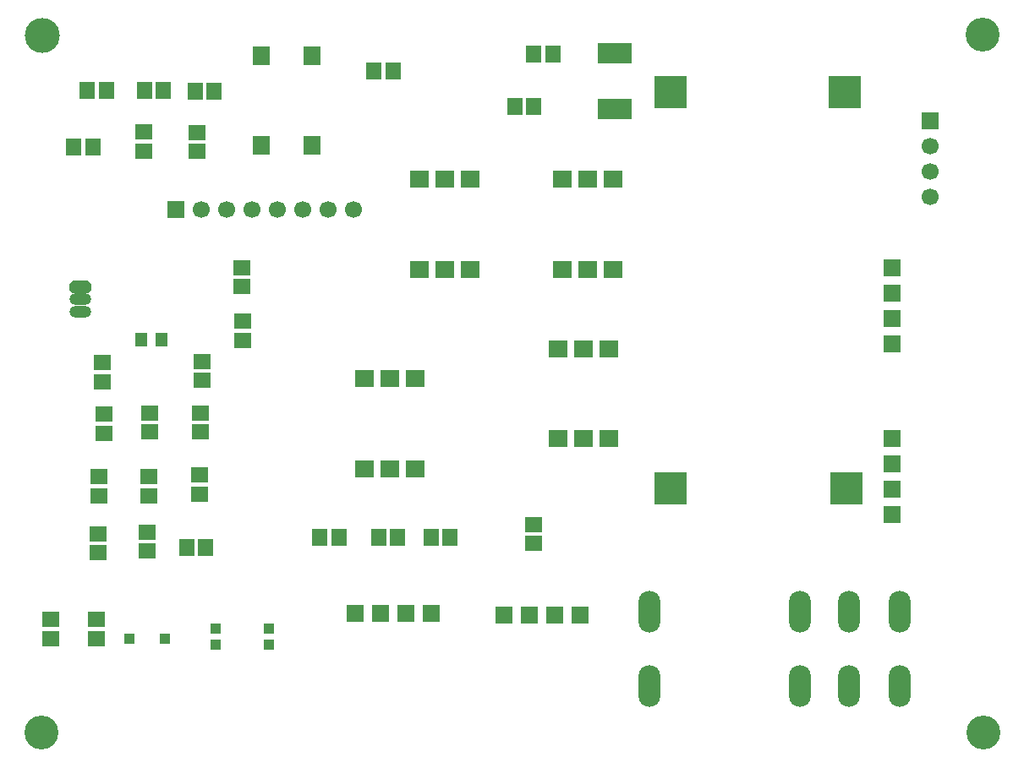
<source format=gbr>
G04 DipTrace 2.4.0.2*
%INTopMask.gbr*%
%MOMM*%
%ADD15R,1.5X1.7*%
%ADD30C,3.4*%
%ADD31C,3.5*%
%ADD39R,3.2X3.2*%
%ADD41R,3.4X2.0*%
%ADD44R,1.2X1.4*%
%ADD46O,2.2X1.2*%
%ADD48R,1.98X1.72*%
%ADD50O,2.181X4.181*%
%ADD52C,1.7*%
%ADD54R,1.7X1.7*%
%ADD56R,1.1X1.1*%
%ADD58R,1.7X1.9*%
%ADD59R,1.7X1.5*%
%FSLAX53Y53*%
G04*
G71*
G90*
G75*
G01*
%LNTopMask*%
%LPD*%
D59*
X32974Y54285D3*
Y52385D3*
D58*
X44041Y84897D3*
X38941D3*
Y75897D3*
X44041D3*
D59*
X36987Y63681D3*
Y61781D3*
X23014Y54166D3*
Y52266D3*
D56*
X25752Y26512D3*
X29244D3*
X39723Y27464D3*
Y25877D3*
X34325Y27464D3*
Y25877D3*
D54*
X102118Y38896D3*
Y41436D3*
Y43976D3*
Y46516D3*
Y56042D3*
Y58582D3*
Y61122D3*
Y63662D3*
X48296Y29052D3*
X50836D3*
X53376D3*
X55916D3*
X63220Y28893D3*
X65760D3*
X68300D3*
X70841D3*
D59*
X17813Y26512D3*
Y28412D3*
X37080Y56417D3*
Y58317D3*
D54*
X105929Y78428D3*
D52*
Y75888D3*
Y73348D3*
Y70808D3*
D50*
X77827Y29211D3*
Y21718D3*
X92839Y29211D3*
X97817D3*
X102821D3*
X92839Y21718D3*
X97817D3*
X102821D3*
D48*
X49249Y43500D3*
X51789D3*
X54329D3*
Y52549D3*
X51789D3*
X49249D3*
X68619Y46516D3*
X71159D3*
X73699D3*
Y55565D3*
X71159D3*
X68619D3*
X69095Y63504D3*
X71635D3*
X74175D3*
Y72553D3*
X71635D3*
X69095D3*
X54806Y63504D3*
X57346D3*
X59886D3*
Y72553D3*
X57346D3*
X54806D3*
G36*
X20038Y62358D2*
X19730Y62049D1*
Y61467D1*
X20038Y61158D1*
X21621D1*
X21930Y61467D1*
Y62049D1*
X21621Y62358D1*
X20038D1*
X19730Y62049D1*
Y61467D1*
X20038Y61158D1*
X21621D1*
X21930Y61467D1*
Y62049D1*
X21621Y62358D1*
X20038D1*
X19730Y62049D1*
Y61467D1*
X20038Y61158D1*
X21621D1*
X21930Y61467D1*
Y62049D1*
X21621Y62358D1*
X20038D1*
G37*
D46*
X20830Y60488D3*
Y59218D3*
D44*
X26907Y56489D3*
X28907D3*
D59*
X23147Y47075D3*
Y48975D3*
D15*
X46709Y36673D3*
X44809D3*
X57822D3*
X55922D3*
D59*
X66237Y37943D3*
Y36043D3*
D15*
X52583Y36673D3*
X50683D3*
D59*
X32832Y47233D3*
Y49133D3*
D15*
X31445Y35592D3*
X33345D3*
D59*
X27476Y37180D3*
Y35280D3*
X27752Y47233D3*
Y49133D3*
D15*
X64332Y79857D3*
X66232D3*
X52125Y83352D3*
X50225D3*
X32336Y81328D3*
X34236D3*
D59*
X32496Y75305D3*
Y77205D3*
X27634Y42737D3*
Y40837D3*
X22713Y42737D3*
Y40837D3*
X32715Y40990D3*
Y42890D3*
D15*
X22066Y75778D3*
X20166D3*
X29149Y81451D3*
X27249D3*
X23427Y81466D3*
X21527D3*
D41*
X74334Y79540D3*
Y85140D3*
D15*
X66237Y85097D3*
X68137D3*
D54*
X30356Y69537D3*
D52*
X32896D3*
X35436D3*
X37976D3*
X40516D3*
X43056D3*
X45596D3*
X48136D3*
D59*
X22554Y35116D3*
Y37016D3*
X27170Y75362D3*
Y77262D3*
X22417Y26512D3*
Y28412D3*
D30*
X111168Y87002D3*
X16917Y17068D3*
D31*
X17015Y86926D3*
D30*
X111209Y17068D3*
D39*
X79891Y41595D3*
Y81286D3*
X97355D3*
X97514Y41595D3*
M02*

</source>
